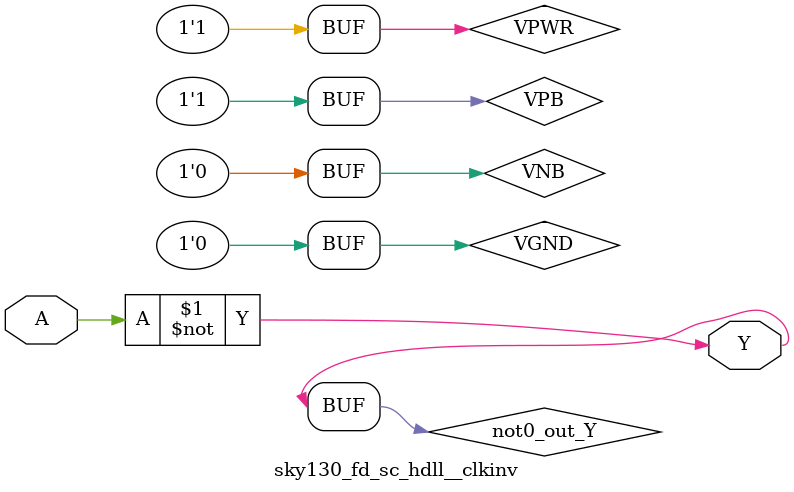
<source format=v>
/*
 * Copyright 2020 The SkyWater PDK Authors
 *
 * Licensed under the Apache License, Version 2.0 (the "License");
 * you may not use this file except in compliance with the License.
 * You may obtain a copy of the License at
 *
 *     https://www.apache.org/licenses/LICENSE-2.0
 *
 * Unless required by applicable law or agreed to in writing, software
 * distributed under the License is distributed on an "AS IS" BASIS,
 * WITHOUT WARRANTIES OR CONDITIONS OF ANY KIND, either express or implied.
 * See the License for the specific language governing permissions and
 * limitations under the License.
 *
 * SPDX-License-Identifier: Apache-2.0
*/


`ifndef SKY130_FD_SC_HDLL__CLKINV_BEHAVIORAL_V
`define SKY130_FD_SC_HDLL__CLKINV_BEHAVIORAL_V

/**
 * clkinv: Clock tree inverter.
 *
 * Verilog simulation functional model.
 */

`timescale 1ns / 1ps
`default_nettype none

`celldefine
module sky130_fd_sc_hdll__clkinv (
    Y,
    A
);

    // Module ports
    output Y;
    input  A;

    // Module supplies
    supply1 VPWR;
    supply0 VGND;
    supply1 VPB ;
    supply0 VNB ;

    // Local signals
    wire not0_out_Y;

    //  Name  Output      Other arguments
    not not0 (not0_out_Y, A              );
    buf buf0 (Y         , not0_out_Y     );

endmodule
`endcelldefine

`default_nettype wire
`endif  // SKY130_FD_SC_HDLL__CLKINV_BEHAVIORAL_V
</source>
